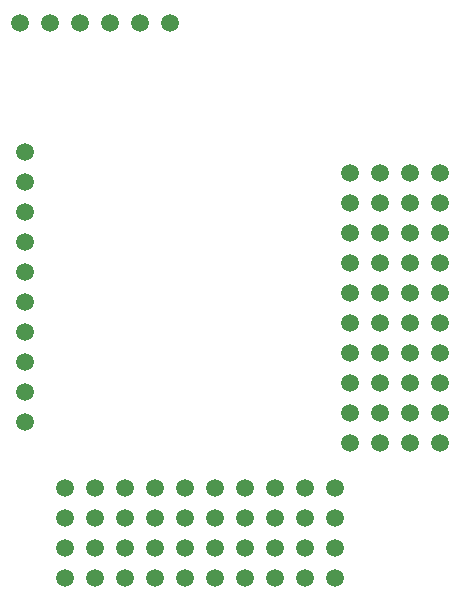
<source format=gbs>
G04 (created by PCBNEW (25-Oct-2014 BZR 4029)-stable) date Sun 04 Oct 2015 01:48:44 PM EDT*
%MOIN*%
G04 Gerber Fmt 3.4, Leading zero omitted, Abs format*
%FSLAX34Y34*%
G01*
G70*
G90*
G04 APERTURE LIST*
%ADD10C,0.00590551*%
%ADD11C,0.0590551*%
G04 APERTURE END LIST*
G54D10*
G54D11*
X71500Y-40000D03*
X70500Y-40000D03*
X69500Y-40000D03*
X72500Y-40000D03*
X73500Y-40000D03*
X74500Y-40000D03*
X71000Y-56500D03*
X71000Y-55500D03*
X71000Y-57500D03*
X71000Y-58500D03*
X72000Y-56500D03*
X72000Y-55500D03*
X72000Y-57500D03*
X72000Y-58500D03*
X73000Y-56500D03*
X73000Y-55500D03*
X73000Y-57500D03*
X73000Y-58500D03*
X74000Y-56500D03*
X74000Y-55500D03*
X74000Y-57500D03*
X74000Y-58500D03*
X75000Y-56500D03*
X75000Y-55500D03*
X75000Y-57500D03*
X75000Y-58500D03*
X76000Y-56500D03*
X76000Y-55500D03*
X76000Y-57500D03*
X76000Y-58500D03*
X77000Y-56500D03*
X77000Y-55500D03*
X77000Y-57500D03*
X77000Y-58500D03*
X79000Y-56500D03*
X79000Y-55500D03*
X79000Y-57500D03*
X79000Y-58500D03*
X81500Y-46000D03*
X80500Y-46000D03*
X82500Y-46000D03*
X83500Y-46000D03*
X81500Y-47000D03*
X80500Y-47000D03*
X82500Y-47000D03*
X83500Y-47000D03*
X81500Y-45000D03*
X80500Y-45000D03*
X82500Y-45000D03*
X83500Y-45000D03*
X81500Y-48000D03*
X80500Y-48000D03*
X82500Y-48000D03*
X83500Y-48000D03*
X81500Y-49000D03*
X80500Y-49000D03*
X82500Y-49000D03*
X83500Y-49000D03*
X81500Y-50000D03*
X80500Y-50000D03*
X82500Y-50000D03*
X83500Y-50000D03*
X81500Y-51000D03*
X80500Y-51000D03*
X82500Y-51000D03*
X83500Y-51000D03*
X81500Y-52000D03*
X80500Y-52000D03*
X82500Y-52000D03*
X83500Y-52000D03*
X81500Y-53000D03*
X80500Y-53000D03*
X82500Y-53000D03*
X83500Y-53000D03*
X81500Y-54000D03*
X80500Y-54000D03*
X82500Y-54000D03*
X83500Y-54000D03*
X78000Y-56500D03*
X78000Y-55500D03*
X78000Y-57500D03*
X78000Y-58500D03*
X80000Y-56500D03*
X80000Y-55500D03*
X80000Y-57500D03*
X80000Y-58500D03*
X69685Y-49318D03*
X69685Y-50318D03*
X69685Y-51318D03*
X69685Y-52318D03*
X69685Y-53318D03*
X69685Y-48318D03*
X69685Y-47318D03*
X69685Y-46318D03*
X69685Y-45318D03*
X69685Y-44318D03*
M02*

</source>
